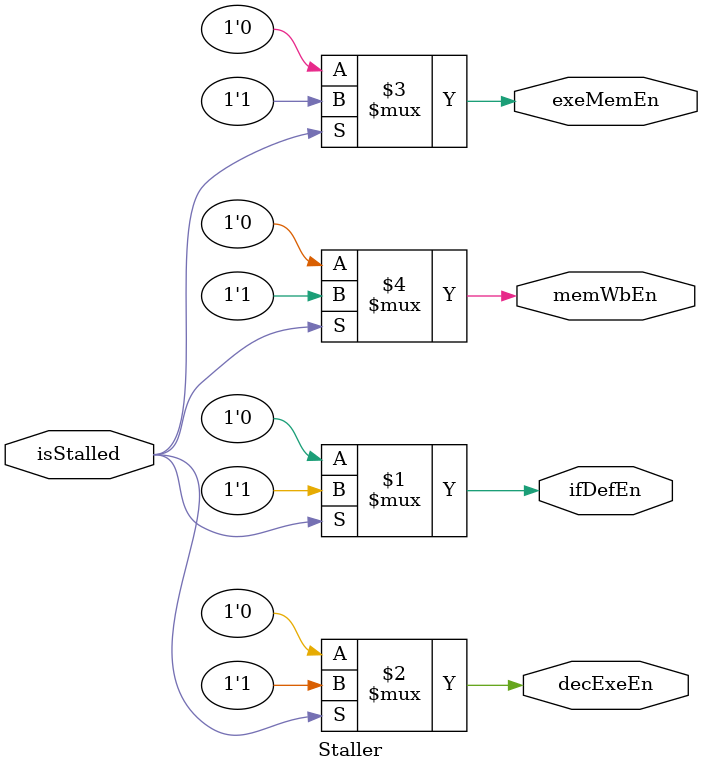
<source format=v>
module Staller (isStalled, ifDefEn, decExeEn, exeMemEn, memWbEn);
	input isStalled;
	output ifDefEn;
	output decExeEn;
	output exeMemEn;
	output memWbEn;

	assign ifDefEn = isStalled ? 1'b1 : 1'b0;
	assign decExeEn = isStalled ? 1'b1 : 1'b0;
	assign exeMemEn = isStalled ? 1'b1 : 1'b0;
	assign memWbEn = isStalled ? 1'b1 : 1'b0;
endmodule

</source>
